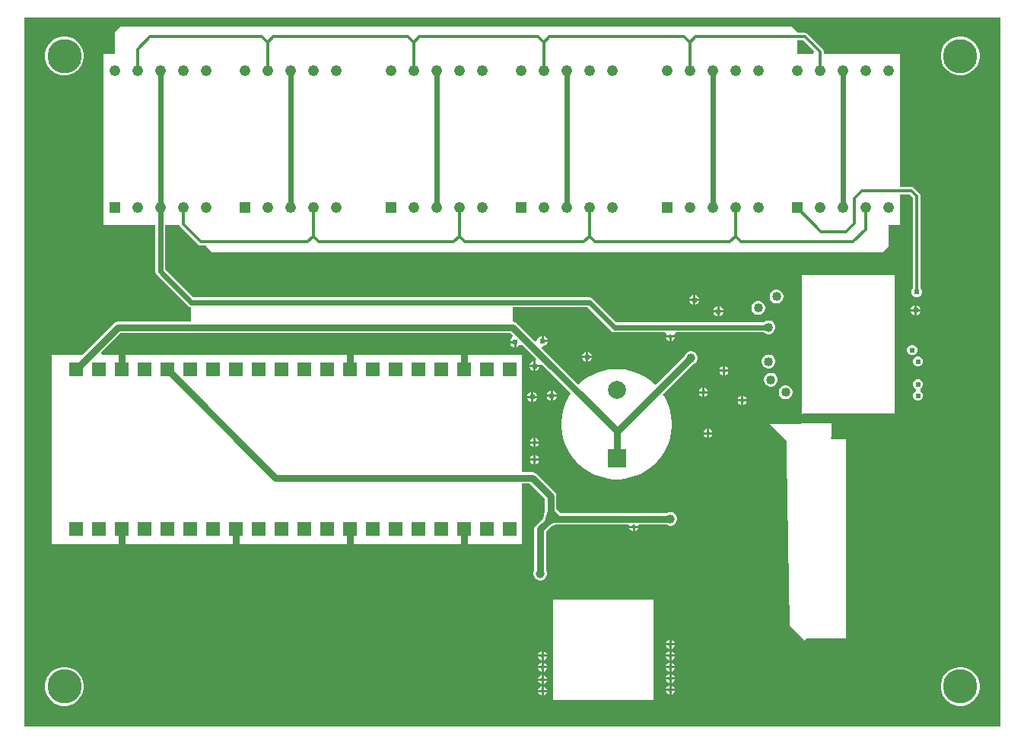
<source format=gbl>
G04*
G04 #@! TF.GenerationSoftware,Altium Limited,Altium Designer,25.8.1 (18)*
G04*
G04 Layer_Physical_Order=4*
G04 Layer_Color=16711680*
%FSLAX25Y25*%
%MOIN*%
G70*
G04*
G04 #@! TF.SameCoordinates,1EE29D71-5A0B-43A1-B93D-2EDC50B85403*
G04*
G04*
G04 #@! TF.FilePolarity,Positive*
G04*
G01*
G75*
%ADD13C,0.01000*%
%ADD47C,0.03000*%
%ADD49C,0.01300*%
%ADD50C,0.02200*%
%ADD52R,0.05937X0.05937*%
%ADD53R,0.04795X0.04795*%
%ADD54C,0.04795*%
%ADD55R,0.07874X0.07874*%
%ADD56C,0.07874*%
%ADD57C,0.15000*%
%ADD58C,0.03937*%
%ADD59C,0.02000*%
%ADD60C,0.02400*%
%ADD61C,0.04000*%
G36*
X528000Y165500D02*
X100500D01*
X100500Y476500D01*
X528000D01*
Y165500D01*
D02*
G37*
%LPC*%
G36*
X511337Y468000D02*
X509663D01*
X508021Y467673D01*
X506474Y467033D01*
X505082Y466102D01*
X503898Y464918D01*
X502967Y463526D01*
X502327Y461979D01*
X502000Y460337D01*
Y458663D01*
X502327Y457021D01*
X502967Y455474D01*
X503898Y454082D01*
X505082Y452898D01*
X506474Y451967D01*
X508021Y451327D01*
X509663Y451000D01*
X511337D01*
X512979Y451327D01*
X514526Y451967D01*
X515918Y452898D01*
X517102Y454082D01*
X518033Y455474D01*
X518673Y457021D01*
X519000Y458663D01*
Y460337D01*
X518673Y461979D01*
X518033Y463526D01*
X517102Y464918D01*
X515918Y466102D01*
X514526Y467033D01*
X512979Y467673D01*
X511337Y468000D01*
D02*
G37*
G36*
X118837D02*
X117163D01*
X115521Y467673D01*
X113974Y467033D01*
X112582Y466102D01*
X111398Y464918D01*
X110467Y463526D01*
X109827Y461979D01*
X109500Y460337D01*
Y458663D01*
X109827Y457021D01*
X110467Y455474D01*
X111398Y454082D01*
X112582Y452898D01*
X113974Y451967D01*
X115521Y451327D01*
X117163Y451000D01*
X118837D01*
X120479Y451327D01*
X122026Y451967D01*
X123418Y452898D01*
X124602Y454082D01*
X125533Y455474D01*
X126173Y457021D01*
X126500Y458663D01*
Y460337D01*
X126173Y461979D01*
X125533Y463526D01*
X124602Y464918D01*
X123418Y466102D01*
X122026Y467033D01*
X120479Y467673D01*
X118837Y468000D01*
D02*
G37*
G36*
X436500Y472500D02*
X142500D01*
X140000Y470000D01*
Y460500D01*
X135000D01*
Y385500D01*
X157859D01*
Y365000D01*
X158022Y364181D01*
X158486Y363486D01*
X171986Y349986D01*
X172681Y349522D01*
X173500Y349359D01*
Y343049D01*
X141500D01*
X140524Y342855D01*
X139698Y342302D01*
X125895Y328500D01*
X112500D01*
Y245500D01*
X318500D01*
Y271951D01*
X321944D01*
X328451Y265444D01*
Y259373D01*
X328053Y258379D01*
X328036Y258286D01*
X328000Y258200D01*
X327727Y256831D01*
X324698Y253802D01*
X324145Y252976D01*
X323951Y252000D01*
Y234022D01*
X323734Y233646D01*
X323532Y232891D01*
Y232109D01*
X323734Y231354D01*
X324125Y230677D01*
X324677Y230125D01*
X325354Y229734D01*
X326109Y229532D01*
X326891D01*
X327646Y229734D01*
X328323Y230125D01*
X328875Y230677D01*
X329266Y231354D01*
X329468Y232109D01*
Y232891D01*
X329266Y233646D01*
X329049Y234022D01*
Y250944D01*
X331492Y253387D01*
X331837Y253535D01*
X333362Y253951D01*
X365130D01*
X365432Y253500D01*
X369568D01*
X369870Y253951D01*
X381978D01*
X382354Y253734D01*
X383109Y253532D01*
X383891D01*
X384646Y253734D01*
X385323Y254125D01*
X385875Y254677D01*
X386266Y255354D01*
X386469Y256109D01*
Y256891D01*
X386266Y257646D01*
X385875Y258323D01*
X385323Y258875D01*
X384646Y259266D01*
X383891Y259469D01*
X383109D01*
X382354Y259266D01*
X381978Y259049D01*
X335393D01*
X333549Y260893D01*
Y266500D01*
X333355Y267476D01*
X332802Y268302D01*
X324802Y276302D01*
X323975Y276855D01*
X323000Y277049D01*
X318500D01*
Y328500D01*
X134411D01*
X134029Y329424D01*
X142556Y337951D01*
X313444D01*
X314391Y337004D01*
X314254Y335865D01*
X313635Y335246D01*
X313326Y334500D01*
X315500D01*
Y334000D01*
X316000D01*
Y331826D01*
X316746Y332135D01*
X317296Y332685D01*
X317418Y332760D01*
X318504Y332891D01*
X324771Y326624D01*
X324591Y326126D01*
X324500Y326000D01*
Y324000D01*
X326500D01*
X326626Y324091D01*
X327124Y324271D01*
X339958Y311437D01*
X339278Y310420D01*
X338161Y308329D01*
X337253Y306139D01*
X336565Y303870D01*
X336103Y301545D01*
X335870Y299185D01*
Y296815D01*
X336103Y294455D01*
X336565Y292130D01*
X337253Y289861D01*
X338161Y287671D01*
X339278Y285580D01*
X340595Y283609D01*
X342099Y281776D01*
X343776Y280099D01*
X345608Y278595D01*
X347580Y277278D01*
X349671Y276161D01*
X351861Y275253D01*
X354130Y274565D01*
X356455Y274102D01*
X358815Y273870D01*
X361185D01*
X363545Y274102D01*
X365870Y274565D01*
X368139Y275253D01*
X370329Y276161D01*
X372420Y277278D01*
X374392Y278595D01*
X376224Y280099D01*
X377901Y281776D01*
X379405Y283609D01*
X380722Y285580D01*
X381839Y287671D01*
X382747Y289861D01*
X383435Y292130D01*
X383897Y294455D01*
X384130Y296815D01*
Y299185D01*
X383897Y301545D01*
X383435Y303870D01*
X382747Y306139D01*
X381839Y308329D01*
X380722Y310420D01*
X380242Y311138D01*
X393226Y324121D01*
X393646Y324234D01*
X394323Y324625D01*
X394875Y325177D01*
X395266Y325854D01*
X395468Y326609D01*
Y327391D01*
X395266Y328146D01*
X394875Y328823D01*
X394323Y329375D01*
X393646Y329766D01*
X392891Y329969D01*
X392109D01*
X391354Y329766D01*
X390677Y329375D01*
X390125Y328823D01*
X389734Y328146D01*
X389621Y327726D01*
X377010Y315115D01*
X376224Y315901D01*
X374392Y317405D01*
X372420Y318722D01*
X370329Y319839D01*
X368139Y320747D01*
X365870Y321435D01*
X363545Y321898D01*
X361185Y322130D01*
X358815D01*
X356455Y321898D01*
X354130Y321435D01*
X351861Y320747D01*
X349671Y319839D01*
X347580Y318722D01*
X345608Y317405D01*
X343776Y315901D01*
X343240Y315365D01*
X327305Y331300D01*
X327719Y332300D01*
X327938D01*
X328746Y332635D01*
X329365Y333254D01*
X329674Y334000D01*
X327500D01*
Y334500D01*
X327000D01*
Y336674D01*
X326254Y336365D01*
X325635Y335746D01*
X325300Y334938D01*
Y334719D01*
X324300Y334305D01*
X316302Y342302D01*
X315476Y342855D01*
X314500Y343049D01*
Y349359D01*
X347113D01*
X357486Y338986D01*
X358181Y338522D01*
X359000Y338359D01*
X381116D01*
X381328Y338135D01*
X381691Y337359D01*
X381542Y337000D01*
X385458D01*
X385309Y337359D01*
X385672Y338135D01*
X385884Y338359D01*
X424399D01*
X424658Y338099D01*
X425342Y337704D01*
X426105Y337500D01*
X426895D01*
X427658Y337704D01*
X428342Y338099D01*
X428901Y338658D01*
X429296Y339342D01*
X429500Y340105D01*
Y340895D01*
X429296Y341658D01*
X428901Y342342D01*
X428342Y342901D01*
X427658Y343296D01*
X426895Y343500D01*
X426105D01*
X425342Y343296D01*
X424658Y342901D01*
X424399Y342641D01*
X359887D01*
X349514Y353014D01*
X348819Y353478D01*
X348000Y353641D01*
X174387D01*
X162141Y365887D01*
Y385500D01*
X168383D01*
X168446Y385185D01*
X168810Y384639D01*
X176639Y376810D01*
X177185Y376446D01*
X177828Y376318D01*
X177829Y376318D01*
X180000D01*
Y376000D01*
X182500Y373500D01*
X476500D01*
X479000Y376000D01*
Y385500D01*
X484000D01*
Y398818D01*
X488303D01*
X489818Y397303D01*
Y357429D01*
X489635Y357246D01*
X489300Y356438D01*
Y355562D01*
X489635Y354754D01*
X490254Y354135D01*
X491062Y353800D01*
X491938D01*
X492746Y354135D01*
X493365Y354754D01*
X493700Y355562D01*
Y356438D01*
X493365Y357246D01*
X493182Y357429D01*
Y398000D01*
X493054Y398644D01*
X492690Y399190D01*
X492690Y399190D01*
X490190Y401690D01*
X489644Y402054D01*
X489000Y402182D01*
X484000D01*
Y460500D01*
X450682D01*
Y461500D01*
X450682Y461500D01*
X450554Y462144D01*
X450190Y462690D01*
X443690Y469190D01*
X443144Y469554D01*
X442500Y469682D01*
X439000D01*
Y470000D01*
X436500Y472500D01*
D02*
G37*
G36*
X394500Y354674D02*
Y353000D01*
X396174D01*
X395865Y353746D01*
X395246Y354365D01*
X394500Y354674D01*
D02*
G37*
G36*
X393500D02*
X392754Y354365D01*
X392135Y353746D01*
X391826Y353000D01*
X393500D01*
Y354674D01*
D02*
G37*
G36*
X430395Y357000D02*
X429605D01*
X428842Y356796D01*
X428158Y356401D01*
X427599Y355842D01*
X427204Y355158D01*
X427000Y354395D01*
Y353605D01*
X427204Y352842D01*
X427599Y352158D01*
X428158Y351599D01*
X428842Y351204D01*
X429605Y351000D01*
X430395D01*
X431158Y351204D01*
X431842Y351599D01*
X432401Y352158D01*
X432796Y352842D01*
X433000Y353605D01*
Y354395D01*
X432796Y355158D01*
X432401Y355842D01*
X431842Y356401D01*
X431158Y356796D01*
X430395Y357000D01*
D02*
G37*
G36*
X396174Y352000D02*
X394500D01*
Y350326D01*
X395246Y350635D01*
X395865Y351254D01*
X396174Y352000D01*
D02*
G37*
G36*
X393500D02*
X391826D01*
X392135Y351254D01*
X392754Y350635D01*
X393500Y350326D01*
Y352000D01*
D02*
G37*
G36*
X491500Y350174D02*
Y348500D01*
X493174D01*
X492865Y349246D01*
X492246Y349865D01*
X491500Y350174D01*
D02*
G37*
G36*
X490500D02*
X489754Y349865D01*
X489135Y349246D01*
X488826Y348500D01*
X490500D01*
Y350174D01*
D02*
G37*
G36*
X405000Y349674D02*
Y348000D01*
X406674D01*
X406365Y348746D01*
X405746Y349365D01*
X405000Y349674D01*
D02*
G37*
G36*
X404000D02*
X403254Y349365D01*
X402635Y348746D01*
X402326Y348000D01*
X404000D01*
Y349674D01*
D02*
G37*
G36*
X422395Y352000D02*
X421605D01*
X420842Y351796D01*
X420158Y351401D01*
X419599Y350842D01*
X419204Y350158D01*
X419000Y349395D01*
Y348605D01*
X419204Y347842D01*
X419599Y347158D01*
X420158Y346599D01*
X420842Y346204D01*
X421605Y346000D01*
X422395D01*
X423158Y346204D01*
X423842Y346599D01*
X424401Y347158D01*
X424796Y347842D01*
X425000Y348605D01*
Y349395D01*
X424796Y350158D01*
X424401Y350842D01*
X423842Y351401D01*
X423158Y351796D01*
X422395Y352000D01*
D02*
G37*
G36*
X493174Y347500D02*
X491500D01*
Y345826D01*
X492246Y346135D01*
X492865Y346754D01*
X493174Y347500D01*
D02*
G37*
G36*
X490500D02*
X488826D01*
X489135Y346754D01*
X489754Y346135D01*
X490500Y345826D01*
Y347500D01*
D02*
G37*
G36*
X406674Y347000D02*
X405000D01*
Y345326D01*
X405746Y345635D01*
X406365Y346254D01*
X406674Y347000D01*
D02*
G37*
G36*
X404000D02*
X402326D01*
X402635Y346254D01*
X403254Y345635D01*
X404000Y345326D01*
Y347000D01*
D02*
G37*
G36*
X328000Y336674D02*
Y335000D01*
X329674D01*
X329365Y335746D01*
X328746Y336365D01*
X328000Y336674D01*
D02*
G37*
G36*
X385458Y336000D02*
X384000D01*
Y334542D01*
X384633Y334805D01*
X385195Y335367D01*
X385458Y336000D01*
D02*
G37*
G36*
X383000D02*
X381542D01*
X381804Y335367D01*
X382367Y334805D01*
X383000Y334542D01*
Y336000D01*
D02*
G37*
G36*
X315000Y333500D02*
X313326D01*
X313635Y332754D01*
X314254Y332135D01*
X315000Y331826D01*
Y333500D01*
D02*
G37*
G36*
X489938Y332700D02*
X489062D01*
X488254Y332365D01*
X487635Y331746D01*
X487300Y330938D01*
Y330062D01*
X487635Y329254D01*
X488254Y328635D01*
X489062Y328300D01*
X489938D01*
X490746Y328635D01*
X491365Y329254D01*
X491700Y330062D01*
Y330938D01*
X491365Y331746D01*
X490746Y332365D01*
X489938Y332700D01*
D02*
G37*
G36*
X347500Y329674D02*
Y328000D01*
X349174D01*
X348865Y328746D01*
X348246Y329365D01*
X347500Y329674D01*
D02*
G37*
G36*
X346500D02*
X345754Y329365D01*
X345135Y328746D01*
X344826Y328000D01*
X346500D01*
Y329674D01*
D02*
G37*
G36*
X349174Y327000D02*
X347500D01*
Y325326D01*
X348246Y325635D01*
X348865Y326254D01*
X349174Y327000D01*
D02*
G37*
G36*
X346500D02*
X344826D01*
X345135Y326254D01*
X345754Y325635D01*
X346500Y325326D01*
Y327000D01*
D02*
G37*
G36*
X323500Y325674D02*
X322754Y325365D01*
X322135Y324746D01*
X321826Y324000D01*
X323500D01*
Y325674D01*
D02*
G37*
G36*
X492438Y327700D02*
X491562D01*
X490754Y327365D01*
X490135Y326746D01*
X489800Y325938D01*
Y325062D01*
X490135Y324254D01*
X490754Y323635D01*
X491562Y323300D01*
X492438D01*
X493246Y323635D01*
X493865Y324254D01*
X494200Y325062D01*
Y325938D01*
X493865Y326746D01*
X493246Y327365D01*
X492438Y327700D01*
D02*
G37*
G36*
X426895Y328500D02*
X426105D01*
X425342Y328296D01*
X424658Y327901D01*
X424099Y327342D01*
X423704Y326658D01*
X423500Y325895D01*
Y325105D01*
X423704Y324342D01*
X424099Y323658D01*
X424658Y323099D01*
X425342Y322704D01*
X426105Y322500D01*
X426895D01*
X427658Y322704D01*
X428342Y323099D01*
X428901Y323658D01*
X429296Y324342D01*
X429500Y325105D01*
Y325895D01*
X429296Y326658D01*
X428901Y327342D01*
X428342Y327901D01*
X427658Y328296D01*
X426895Y328500D01*
D02*
G37*
G36*
X407500Y323458D02*
Y322000D01*
X408958D01*
X408696Y322633D01*
X408133Y323196D01*
X407500Y323458D01*
D02*
G37*
G36*
X406500D02*
X405867Y323196D01*
X405304Y322633D01*
X405042Y322000D01*
X406500D01*
Y323458D01*
D02*
G37*
G36*
X326174Y323000D02*
X324500D01*
Y321326D01*
X325246Y321635D01*
X325865Y322254D01*
X326174Y323000D01*
D02*
G37*
G36*
X323500D02*
X321826D01*
X322135Y322254D01*
X322754Y321635D01*
X323500Y321326D01*
Y323000D01*
D02*
G37*
G36*
X408958Y321000D02*
X407500D01*
Y319542D01*
X408133Y319805D01*
X408696Y320367D01*
X408958Y321000D01*
D02*
G37*
G36*
X406500D02*
X405042D01*
X405304Y320367D01*
X405867Y319805D01*
X406500Y319542D01*
Y321000D01*
D02*
G37*
G36*
X427895Y320500D02*
X427105D01*
X426342Y320296D01*
X425658Y319901D01*
X425099Y319342D01*
X424704Y318658D01*
X424500Y317895D01*
Y317105D01*
X424704Y316342D01*
X425099Y315658D01*
X425658Y315099D01*
X426342Y314704D01*
X427105Y314500D01*
X427895D01*
X428658Y314704D01*
X429342Y315099D01*
X429901Y315658D01*
X430296Y316342D01*
X430500Y317105D01*
Y317895D01*
X430296Y318658D01*
X429901Y319342D01*
X429342Y319901D01*
X428658Y320296D01*
X427895Y320500D01*
D02*
G37*
G36*
X398500Y313958D02*
Y312500D01*
X399958D01*
X399695Y313133D01*
X399133Y313696D01*
X398500Y313958D01*
D02*
G37*
G36*
X397500D02*
X396867Y313696D01*
X396304Y313133D01*
X396042Y312500D01*
X397500D01*
Y313958D01*
D02*
G37*
G36*
X332000Y312674D02*
Y311000D01*
X333674D01*
X333365Y311746D01*
X332746Y312365D01*
X332000Y312674D01*
D02*
G37*
G36*
X331000D02*
X330254Y312365D01*
X329635Y311746D01*
X329326Y311000D01*
X331000D01*
Y312674D01*
D02*
G37*
G36*
X323500Y312174D02*
Y310500D01*
X325174D01*
X324865Y311246D01*
X324246Y311865D01*
X323500Y312174D01*
D02*
G37*
G36*
X322500D02*
X321754Y311865D01*
X321135Y311246D01*
X320826Y310500D01*
X322500D01*
Y312174D01*
D02*
G37*
G36*
X399958Y311500D02*
X398500D01*
Y310042D01*
X399133Y310304D01*
X399695Y310867D01*
X399958Y311500D01*
D02*
G37*
G36*
X397500D02*
X396042D01*
X396304Y310867D01*
X396867Y310304D01*
X397500Y310042D01*
Y311500D01*
D02*
G37*
G36*
X434395Y315000D02*
X433605D01*
X432842Y314796D01*
X432158Y314401D01*
X431599Y313842D01*
X431204Y313158D01*
X431000Y312395D01*
Y311605D01*
X431204Y310842D01*
X431599Y310158D01*
X432158Y309599D01*
X432842Y309204D01*
X433605Y309000D01*
X434395D01*
X435158Y309204D01*
X435842Y309599D01*
X436401Y310158D01*
X436796Y310842D01*
X437000Y311605D01*
Y312395D01*
X436796Y313158D01*
X436401Y313842D01*
X435842Y314401D01*
X435158Y314796D01*
X434395Y315000D01*
D02*
G37*
G36*
X415500Y310458D02*
Y309000D01*
X416958D01*
X416695Y309633D01*
X416133Y310195D01*
X415500Y310458D01*
D02*
G37*
G36*
X414500D02*
X413867Y310195D01*
X413305Y309633D01*
X413042Y309000D01*
X414500D01*
Y310458D01*
D02*
G37*
G36*
X333674Y310000D02*
X332000D01*
Y308326D01*
X332746Y308635D01*
X333365Y309254D01*
X333674Y310000D01*
D02*
G37*
G36*
X331000D02*
X329326D01*
X329635Y309254D01*
X330254Y308635D01*
X331000Y308326D01*
Y310000D01*
D02*
G37*
G36*
X492438Y317700D02*
X491562D01*
X490754Y317365D01*
X490135Y316746D01*
X489800Y315938D01*
Y315062D01*
X490135Y314254D01*
X490754Y313635D01*
X490980Y313541D01*
Y312459D01*
X490754Y312365D01*
X490135Y311746D01*
X489800Y310938D01*
Y310062D01*
X490135Y309254D01*
X490754Y308635D01*
X491562Y308300D01*
X492438D01*
X493246Y308635D01*
X493865Y309254D01*
X494200Y310062D01*
Y310938D01*
X493865Y311746D01*
X493246Y312365D01*
X493020Y312459D01*
Y313541D01*
X493246Y313635D01*
X493865Y314254D01*
X494200Y315062D01*
Y315938D01*
X493865Y316746D01*
X493246Y317365D01*
X492438Y317700D01*
D02*
G37*
G36*
X325174Y309500D02*
X323500D01*
Y307826D01*
X324246Y308135D01*
X324865Y308754D01*
X325174Y309500D01*
D02*
G37*
G36*
X322500D02*
X320826D01*
X321135Y308754D01*
X321754Y308135D01*
X322500Y307826D01*
Y309500D01*
D02*
G37*
G36*
X416958Y308000D02*
X415500D01*
Y306542D01*
X416133Y306804D01*
X416695Y307367D01*
X416958Y308000D01*
D02*
G37*
G36*
X414500D02*
X413042D01*
X413305Y307367D01*
X413867Y306804D01*
X414500Y306542D01*
Y308000D01*
D02*
G37*
G36*
X481675Y363339D02*
X441170D01*
X441178Y363318D01*
Y303606D01*
X441178Y302570D01*
X441203Y302545D01*
X441326Y302667D01*
X442178Y302667D01*
X481844D01*
Y363171D01*
X481675Y363339D01*
D02*
G37*
G36*
X400500Y295958D02*
Y294500D01*
X401958D01*
X401695Y295133D01*
X401133Y295695D01*
X400500Y295958D01*
D02*
G37*
G36*
X399500D02*
X398867Y295695D01*
X398305Y295133D01*
X398042Y294500D01*
X399500D01*
Y295958D01*
D02*
G37*
G36*
X401958Y293500D02*
X400500D01*
Y292042D01*
X401133Y292304D01*
X401695Y292867D01*
X401958Y293500D01*
D02*
G37*
G36*
X399500D02*
X398042D01*
X398305Y292867D01*
X398867Y292304D01*
X399500Y292042D01*
Y293500D01*
D02*
G37*
G36*
X324500Y291958D02*
Y290500D01*
X325958D01*
X325695Y291133D01*
X325133Y291695D01*
X324500Y291958D01*
D02*
G37*
G36*
X323500D02*
X322867Y291695D01*
X322305Y291133D01*
X322042Y290500D01*
X323500D01*
Y291958D01*
D02*
G37*
G36*
X325958Y289500D02*
X324500D01*
Y288042D01*
X325133Y288304D01*
X325695Y288867D01*
X325958Y289500D01*
D02*
G37*
G36*
X323500D02*
X322042D01*
X322305Y288867D01*
X322867Y288304D01*
X323500Y288042D01*
Y289500D01*
D02*
G37*
G36*
X324500Y284458D02*
Y283000D01*
X325958D01*
X325695Y283633D01*
X325133Y284195D01*
X324500Y284458D01*
D02*
G37*
G36*
X323500D02*
X322867Y284195D01*
X322305Y283633D01*
X322042Y283000D01*
X323500D01*
Y284458D01*
D02*
G37*
G36*
X325958Y282000D02*
X324500D01*
Y280542D01*
X325133Y280804D01*
X325695Y281367D01*
X325958Y282000D01*
D02*
G37*
G36*
X323500D02*
X322042D01*
X322305Y281367D01*
X322867Y280804D01*
X323500Y280542D01*
Y282000D01*
D02*
G37*
G36*
X369458Y252500D02*
X368000D01*
Y251042D01*
X368633Y251305D01*
X369196Y251867D01*
X369458Y252500D01*
D02*
G37*
G36*
X367000D02*
X365542D01*
X365805Y251867D01*
X366367Y251305D01*
X367000Y251042D01*
Y252500D01*
D02*
G37*
G36*
X454000Y298500D02*
X427000Y298000D01*
X434500Y290500D01*
Y283500D01*
X435967Y209467D01*
X437433Y208000D01*
X442234Y203200D01*
X443034Y204000D01*
X460500D01*
Y230000D01*
Y231500D01*
Y291500D01*
X454307D01*
X453924Y292424D01*
X454000Y292500D01*
Y298500D01*
D02*
G37*
G36*
X384000Y203458D02*
Y202000D01*
X385458D01*
X385195Y202633D01*
X384633Y203196D01*
X384000Y203458D01*
D02*
G37*
G36*
X383000D02*
X382367Y203196D01*
X381804Y202633D01*
X381542Y202000D01*
X383000D01*
Y203458D01*
D02*
G37*
G36*
X385458Y201000D02*
X384000D01*
Y199542D01*
X384633Y199804D01*
X385195Y200367D01*
X385458Y201000D01*
D02*
G37*
G36*
X383000D02*
X381542D01*
X381804Y200367D01*
X382367Y199804D01*
X383000Y199542D01*
Y201000D01*
D02*
G37*
G36*
X384000Y198458D02*
Y197000D01*
X385458D01*
X385195Y197633D01*
X384633Y198196D01*
X384000Y198458D01*
D02*
G37*
G36*
X383000D02*
X382367Y198196D01*
X381804Y197633D01*
X381542Y197000D01*
X383000D01*
Y198458D01*
D02*
G37*
G36*
X328000D02*
Y197000D01*
X329458D01*
X329195Y197633D01*
X328633Y198196D01*
X328000Y198458D01*
D02*
G37*
G36*
X327000D02*
X326367Y198196D01*
X325804Y197633D01*
X325542Y197000D01*
X327000D01*
Y198458D01*
D02*
G37*
G36*
X385458Y196000D02*
X384000D01*
Y194542D01*
X384633Y194805D01*
X385195Y195367D01*
X385458Y196000D01*
D02*
G37*
G36*
X383000D02*
X381542D01*
X381804Y195367D01*
X382367Y194805D01*
X383000Y194542D01*
Y196000D01*
D02*
G37*
G36*
X329458D02*
X328000D01*
Y194542D01*
X328633Y194805D01*
X329195Y195367D01*
X329458Y196000D01*
D02*
G37*
G36*
X327000D02*
X325542D01*
X325804Y195367D01*
X326367Y194805D01*
X327000Y194542D01*
Y196000D01*
D02*
G37*
G36*
X384000Y193458D02*
Y192000D01*
X385458D01*
X385195Y192633D01*
X384633Y193195D01*
X384000Y193458D01*
D02*
G37*
G36*
X383000D02*
X382367Y193195D01*
X381804Y192633D01*
X381542Y192000D01*
X383000D01*
Y193458D01*
D02*
G37*
G36*
X328000D02*
Y192000D01*
X329458D01*
X329195Y192633D01*
X328633Y193195D01*
X328000Y193458D01*
D02*
G37*
G36*
X327000D02*
X326367Y193195D01*
X325804Y192633D01*
X325542Y192000D01*
X327000D01*
Y193458D01*
D02*
G37*
G36*
X385458Y191000D02*
X384000D01*
Y189542D01*
X384633Y189804D01*
X385195Y190367D01*
X385458Y191000D01*
D02*
G37*
G36*
X383000D02*
X381542D01*
X381804Y190367D01*
X382367Y189804D01*
X383000Y189542D01*
Y191000D01*
D02*
G37*
G36*
X329458D02*
X328000D01*
Y189542D01*
X328633Y189804D01*
X329195Y190367D01*
X329458Y191000D01*
D02*
G37*
G36*
X327000D02*
X325542D01*
X325804Y190367D01*
X326367Y189804D01*
X327000Y189542D01*
Y191000D01*
D02*
G37*
G36*
X384000Y188458D02*
Y187000D01*
X385458D01*
X385195Y187633D01*
X384633Y188196D01*
X384000Y188458D01*
D02*
G37*
G36*
X383000D02*
X382367Y188196D01*
X381804Y187633D01*
X381542Y187000D01*
X383000D01*
Y188458D01*
D02*
G37*
G36*
X328000Y187958D02*
Y186500D01*
X329458D01*
X329195Y187133D01*
X328633Y187696D01*
X328000Y187958D01*
D02*
G37*
G36*
X327000D02*
X326367Y187696D01*
X325804Y187133D01*
X325542Y186500D01*
X327000D01*
Y187958D01*
D02*
G37*
G36*
X385458Y186000D02*
X384000D01*
Y184542D01*
X384633Y184804D01*
X385195Y185367D01*
X385458Y186000D01*
D02*
G37*
G36*
X383000D02*
X381542D01*
X381804Y185367D01*
X382367Y184804D01*
X383000Y184542D01*
Y186000D01*
D02*
G37*
G36*
X329458Y185500D02*
X328000D01*
Y184042D01*
X328633Y184304D01*
X329195Y184867D01*
X329458Y185500D01*
D02*
G37*
G36*
X327000D02*
X325542D01*
X325804Y184867D01*
X326367Y184304D01*
X327000Y184042D01*
Y185500D01*
D02*
G37*
G36*
X384000Y183458D02*
Y182000D01*
X385458D01*
X385195Y182633D01*
X384633Y183195D01*
X384000Y183458D01*
D02*
G37*
G36*
X383000D02*
X382367Y183195D01*
X381804Y182633D01*
X381542Y182000D01*
X383000D01*
Y183458D01*
D02*
G37*
G36*
X328000Y182958D02*
Y181500D01*
X329458D01*
X329195Y182133D01*
X328633Y182695D01*
X328000Y182958D01*
D02*
G37*
G36*
X327000D02*
X326367Y182695D01*
X325804Y182133D01*
X325542Y181500D01*
X327000D01*
Y182958D01*
D02*
G37*
G36*
X385458Y181000D02*
X384000D01*
Y179542D01*
X384633Y179805D01*
X385195Y180367D01*
X385458Y181000D01*
D02*
G37*
G36*
X383000D02*
X381542D01*
X381804Y180367D01*
X382367Y179805D01*
X383000Y179542D01*
Y181000D01*
D02*
G37*
G36*
X329458Y180500D02*
X328000D01*
Y179042D01*
X328633Y179305D01*
X329195Y179867D01*
X329458Y180500D01*
D02*
G37*
G36*
X327000D02*
X325542D01*
X325804Y179867D01*
X326367Y179305D01*
X327000Y179042D01*
Y180500D01*
D02*
G37*
G36*
X376000Y221000D02*
X332000D01*
Y177000D01*
X376000D01*
Y221000D01*
D02*
G37*
G36*
X511337Y191500D02*
X509663D01*
X508021Y191173D01*
X506474Y190533D01*
X505082Y189602D01*
X503898Y188418D01*
X502967Y187026D01*
X502327Y185479D01*
X502000Y183837D01*
Y182163D01*
X502327Y180521D01*
X502967Y178974D01*
X503898Y177582D01*
X505082Y176398D01*
X506474Y175467D01*
X508021Y174827D01*
X509663Y174500D01*
X511337D01*
X512979Y174827D01*
X514526Y175467D01*
X515918Y176398D01*
X517102Y177582D01*
X518033Y178974D01*
X518673Y180521D01*
X519000Y182163D01*
Y183837D01*
X518673Y185479D01*
X518033Y187026D01*
X517102Y188418D01*
X515918Y189602D01*
X514526Y190533D01*
X512979Y191173D01*
X511337Y191500D01*
D02*
G37*
G36*
X118837D02*
X117163D01*
X115521Y191173D01*
X113974Y190533D01*
X112582Y189602D01*
X111398Y188418D01*
X110467Y187026D01*
X109827Y185479D01*
X109500Y183837D01*
Y182163D01*
X109827Y180521D01*
X110467Y178974D01*
X111398Y177582D01*
X112582Y176398D01*
X113974Y175467D01*
X115521Y174827D01*
X117163Y174500D01*
X118837D01*
X120479Y174827D01*
X122026Y175467D01*
X123418Y176398D01*
X124602Y177582D01*
X125533Y178974D01*
X126173Y180521D01*
X126500Y182163D01*
Y183837D01*
X126173Y185479D01*
X125533Y187026D01*
X124602Y188418D01*
X123418Y189602D01*
X122026Y190533D01*
X120479Y191173D01*
X118837Y191500D01*
D02*
G37*
%LPD*%
G36*
X446621Y461500D02*
X446207Y460500D01*
X439000D01*
Y466318D01*
X441803D01*
X446621Y461500D01*
D02*
G37*
G36*
X336296Y256704D02*
X336039Y255738D01*
X331500Y254500D01*
X328987Y253423D01*
X328211Y254053D01*
X329000Y258000D01*
X330000Y260500D01*
X332500D01*
X336296Y256704D01*
D02*
G37*
D13*
X360000Y295000D02*
X360500D01*
D47*
X392500Y327000D01*
X360000Y283039D02*
Y295000D01*
X314500Y340500D02*
X360000Y295000D01*
X141500Y340500D02*
X314500D01*
X123000Y322000D02*
X141500Y340500D01*
X293000Y322000D02*
Y332000D01*
X293500Y332500D01*
X243000Y329500D02*
X243757Y330257D01*
Y332743D01*
X242500Y334000D02*
X243757Y332743D01*
X143000Y330500D02*
X143500Y331000D01*
X143000Y322000D02*
Y330500D01*
X243000Y322000D02*
Y329500D01*
X293000Y236500D02*
Y252000D01*
X243000Y239500D02*
Y252000D01*
Y239500D02*
X243500Y239000D01*
X292500Y236000D02*
X293000Y236500D01*
X193000Y239000D02*
Y252000D01*
X143000Y240000D02*
Y252000D01*
X326500Y232500D02*
Y252000D01*
X331000Y256500D01*
X383500D01*
X331000D02*
Y266500D01*
X323000Y274500D02*
X331000Y266500D01*
X163000Y322000D02*
X210500Y274500D01*
X323000D01*
D49*
X449500Y382500D02*
X460500D01*
X489000Y400500D02*
X491500Y398000D01*
Y356000D02*
Y398000D01*
X467500Y400500D02*
X489000D01*
X439000Y393000D02*
X449500Y382500D01*
X464000Y386000D02*
Y397000D01*
X460500Y382500D02*
X464000Y386000D01*
Y397000D02*
X467500Y400500D01*
X229500Y378000D02*
X288500D01*
X409500D02*
X412000Y380500D01*
X348000D02*
Y393000D01*
X350500Y378000D02*
X409500D01*
X412000Y380500D02*
Y393000D01*
Y380500D02*
X414500Y378000D01*
X170000Y385828D02*
X177828Y378000D01*
X348000Y380500D02*
X350500Y378000D01*
X414500D02*
X463500D01*
X224500D02*
X227000Y380500D01*
X293500Y378000D02*
X345500D01*
X227000Y380500D02*
X229500Y378000D01*
X291000Y380500D02*
X293500Y378000D01*
X469000Y383500D02*
Y393000D01*
X177828Y378000D02*
X224500D01*
X227000Y380500D02*
Y393000D01*
X291000Y380500D02*
Y393000D01*
X463500Y378000D02*
X469000Y383500D01*
X170000Y385828D02*
Y393000D01*
X288500Y378000D02*
X291000Y380500D01*
X345500Y378000D02*
X348000Y380500D01*
X271000Y453000D02*
Y465500D01*
X273500Y468000D02*
X325500D01*
X209500D02*
X268500D01*
X394500D02*
X442500D01*
X268500D02*
X271000Y465500D01*
X330500Y468000D02*
X389500D01*
X150000Y453000D02*
Y462500D01*
X155500Y468000D02*
X204500D01*
X271000Y465500D02*
X273500Y468000D01*
X150000Y462500D02*
X155500Y468000D01*
X207000Y453000D02*
Y465500D01*
X328000D02*
X330500Y468000D01*
X392000Y453000D02*
Y465500D01*
X204500Y468000D02*
X207000Y465500D01*
X389500Y468000D02*
X392000Y465500D01*
X442500Y468000D02*
X449000Y461500D01*
X325500Y468000D02*
X328000Y465500D01*
X207000D02*
X209500Y468000D01*
X328000Y453000D02*
Y465500D01*
X392000D02*
X394500Y468000D01*
X449000Y453000D02*
Y461500D01*
D50*
X402000Y393000D02*
Y453000D01*
X217000Y393000D02*
Y453000D01*
X459000Y393000D02*
Y453000D01*
X281000Y393000D02*
Y453000D01*
X160000Y393000D02*
Y453000D01*
Y365000D02*
Y393000D01*
Y365000D02*
X173500Y351500D01*
X359000Y340500D02*
X426500D01*
X348000Y351500D02*
X359000Y340500D01*
X173500Y351500D02*
X348000D01*
X338000Y393000D02*
Y453000D01*
D52*
X203000Y252000D02*
D03*
X163000D02*
D03*
X153000D02*
D03*
X143000D02*
D03*
X223000D02*
D03*
X133000D02*
D03*
X183000D02*
D03*
X233000D02*
D03*
X193000D02*
D03*
X173000D02*
D03*
X213000D02*
D03*
X243000D02*
D03*
X123000D02*
D03*
X283000Y322000D02*
D03*
X313000Y252000D02*
D03*
X303000D02*
D03*
X313000Y322000D02*
D03*
X283000Y252000D02*
D03*
X303000Y322000D02*
D03*
X293000D02*
D03*
Y252000D02*
D03*
X253000D02*
D03*
X273000Y322000D02*
D03*
X263000Y252000D02*
D03*
Y322000D02*
D03*
X253000D02*
D03*
X273000Y252000D02*
D03*
X153000Y322000D02*
D03*
X143000D02*
D03*
X133000D02*
D03*
X123000D02*
D03*
X193000D02*
D03*
X203000D02*
D03*
X233000D02*
D03*
X223000D02*
D03*
X173000D02*
D03*
X163000D02*
D03*
X213000D02*
D03*
X243000D02*
D03*
X183000D02*
D03*
D53*
X140000Y393000D02*
D03*
X197000D02*
D03*
X261000D02*
D03*
X318000D02*
D03*
X382000D02*
D03*
X439000D02*
D03*
D54*
X150000D02*
D03*
X160000D02*
D03*
X170000D02*
D03*
X180000D02*
D03*
Y453000D02*
D03*
X170000D02*
D03*
X160000D02*
D03*
X150000D02*
D03*
X140000D02*
D03*
X207000Y393000D02*
D03*
X217000D02*
D03*
X227000D02*
D03*
X237000D02*
D03*
Y453000D02*
D03*
X227000D02*
D03*
X217000D02*
D03*
X207000D02*
D03*
X197000D02*
D03*
X271000Y393000D02*
D03*
X281000D02*
D03*
X291000D02*
D03*
X301000D02*
D03*
Y453000D02*
D03*
X291000D02*
D03*
X281000D02*
D03*
X271000D02*
D03*
X261000D02*
D03*
X328000Y393000D02*
D03*
X338000D02*
D03*
X348000D02*
D03*
X358000D02*
D03*
Y453000D02*
D03*
X348000D02*
D03*
X338000D02*
D03*
X328000D02*
D03*
X318000D02*
D03*
X392000Y393000D02*
D03*
X402000D02*
D03*
X412000D02*
D03*
X422000D02*
D03*
Y453000D02*
D03*
X412000D02*
D03*
X402000D02*
D03*
X392000D02*
D03*
X382000D02*
D03*
X449000Y393000D02*
D03*
X459000D02*
D03*
X469000D02*
D03*
X479000D02*
D03*
Y453000D02*
D03*
X469000D02*
D03*
X459000D02*
D03*
X449000D02*
D03*
X439000D02*
D03*
D55*
X360000Y283039D02*
D03*
D56*
Y312961D02*
D03*
D57*
X510500Y183000D02*
D03*
Y459500D02*
D03*
X118000D02*
D03*
Y183000D02*
D03*
D58*
X392500Y327000D02*
D03*
X383500Y256500D02*
D03*
X326500Y232500D02*
D03*
D59*
X367500Y253000D02*
D03*
X383500Y336500D02*
D03*
X400000Y294000D02*
D03*
X398000Y312000D02*
D03*
X415000Y308500D02*
D03*
X407000Y321500D02*
D03*
X324000Y282500D02*
D03*
Y290000D02*
D03*
X383500Y201500D02*
D03*
Y196500D02*
D03*
Y191500D02*
D03*
Y186500D02*
D03*
Y181500D02*
D03*
X327500Y196500D02*
D03*
Y186000D02*
D03*
Y191500D02*
D03*
Y181000D02*
D03*
D60*
X491000Y348000D02*
D03*
X404500Y347500D02*
D03*
X394000Y352500D02*
D03*
X347000Y327500D02*
D03*
X331500Y310500D02*
D03*
X327500Y334500D02*
D03*
X315500Y334000D02*
D03*
X324000Y323500D02*
D03*
X323000Y310000D02*
D03*
X492000Y315500D02*
D03*
X489500Y330500D02*
D03*
X491500Y356000D02*
D03*
X492000Y310500D02*
D03*
Y325500D02*
D03*
D61*
X426500D02*
D03*
X430000Y354000D02*
D03*
X422000Y349000D02*
D03*
X427500Y317500D02*
D03*
X426500Y340500D02*
D03*
X434000Y312000D02*
D03*
M02*

</source>
